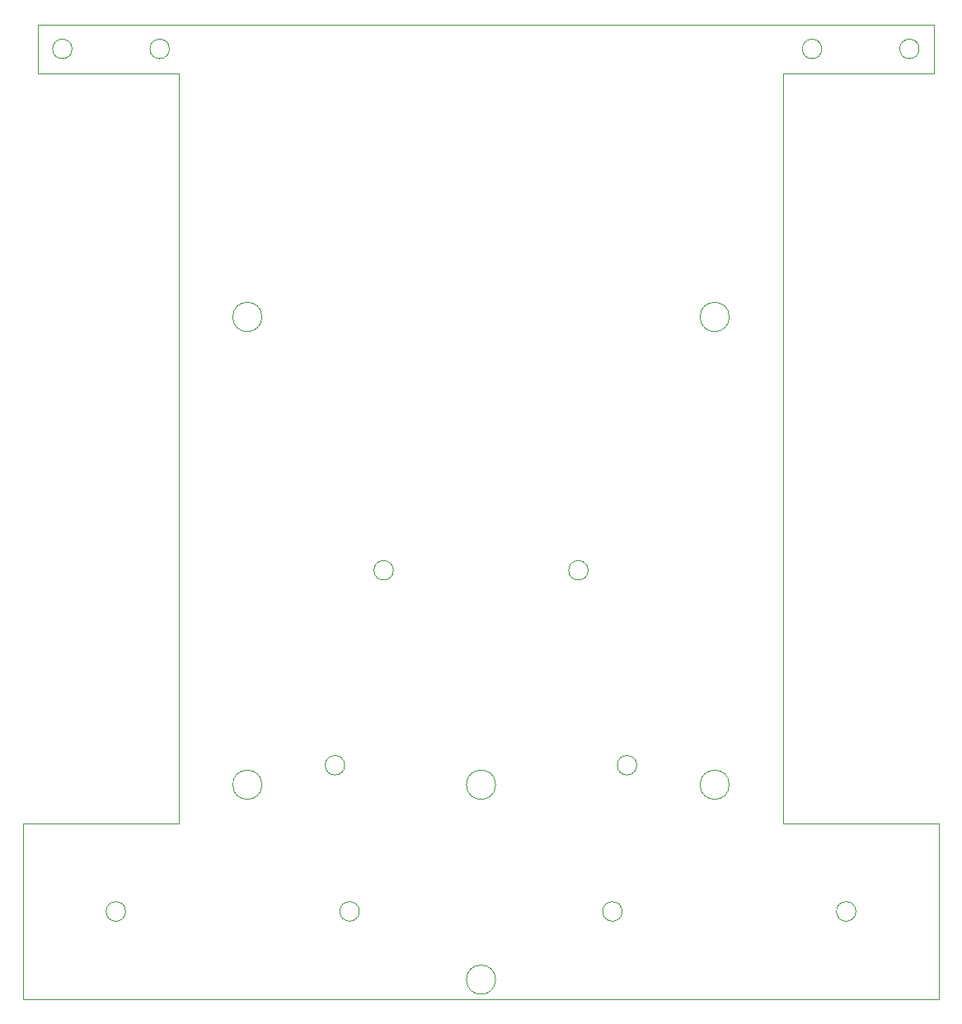
<source format=gko>
G04 #@! TF.FileFunction,Profile,NP*
%FSLAX46Y46*%
G04 Gerber Fmt 4.6, Leading zero omitted, Abs format (unit mm)*
G04 Created by KiCad (PCBNEW 4.0.5-e0-6337~49~ubuntu16.04.1) date Sun Jan 22 15:59:59 2017*
%MOMM*%
%LPD*%
G01*
G04 APERTURE LIST*
%ADD10C,0.100000*%
G04 APERTURE END LIST*
D10*
X117000000Y-101000000D02*
G75*
G03X117000000Y-101000000I-1000000J0D01*
G01*
X87000000Y-101000000D02*
G75*
G03X87000000Y-101000000I-1000000J0D01*
G01*
X112000000Y-81000000D02*
G75*
G03X112000000Y-81000000I-1000000J0D01*
G01*
X92000000Y-81000000D02*
G75*
G03X92000000Y-81000000I-1000000J0D01*
G01*
X69000000Y-27500000D02*
G75*
G03X69000000Y-27500000I-1000000J0D01*
G01*
X59000000Y-27500000D02*
G75*
G03X59000000Y-27500000I-1000000J0D01*
G01*
X136000000Y-27500000D02*
G75*
G03X136000000Y-27500000I-1000000J0D01*
G01*
X146000000Y-27500000D02*
G75*
G03X146000000Y-27500000I-1000000J0D01*
G01*
X132000000Y-107000000D02*
X148000000Y-107000000D01*
X70000000Y-107000000D02*
X54000000Y-107000000D01*
X70000000Y-30000000D02*
X55500000Y-30000000D01*
X70000000Y-107000000D02*
X70000000Y-30000000D01*
X132000000Y-30000000D02*
X147500000Y-30000000D01*
X132000000Y-107000000D02*
X132000000Y-30000000D01*
X102500000Y-103000000D02*
G75*
G03X102500000Y-103000000I-1500000J0D01*
G01*
X126500000Y-103000000D02*
G75*
G03X126500000Y-103000000I-1500000J0D01*
G01*
X78500000Y-103000000D02*
G75*
G03X78500000Y-103000000I-1500000J0D01*
G01*
X64500000Y-116000000D02*
G75*
G03X64500000Y-116000000I-1000000J0D01*
G01*
X88500000Y-116000000D02*
G75*
G03X88500000Y-116000000I-1000000J0D01*
G01*
X115500000Y-116000000D02*
G75*
G03X115500000Y-116000000I-1000000J0D01*
G01*
X139500000Y-116000000D02*
G75*
G03X139500000Y-116000000I-1000000J0D01*
G01*
X148000000Y-125000000D02*
X148000000Y-107000000D01*
X54000000Y-125000000D02*
X148000000Y-125000000D01*
X54000000Y-107000000D02*
X54000000Y-125000000D01*
X102500000Y-123000000D02*
G75*
G03X102500000Y-123000000I-1500000J0D01*
G01*
X126500000Y-55000000D02*
G75*
G03X126500000Y-55000000I-1500000J0D01*
G01*
X78500000Y-55000000D02*
G75*
G03X78500000Y-55000000I-1500000J0D01*
G01*
X55500000Y-25000000D02*
X55500000Y-30000000D01*
X147500000Y-25000000D02*
X147500000Y-30000000D01*
X55500000Y-25000000D02*
X147500000Y-25000000D01*
M02*

</source>
